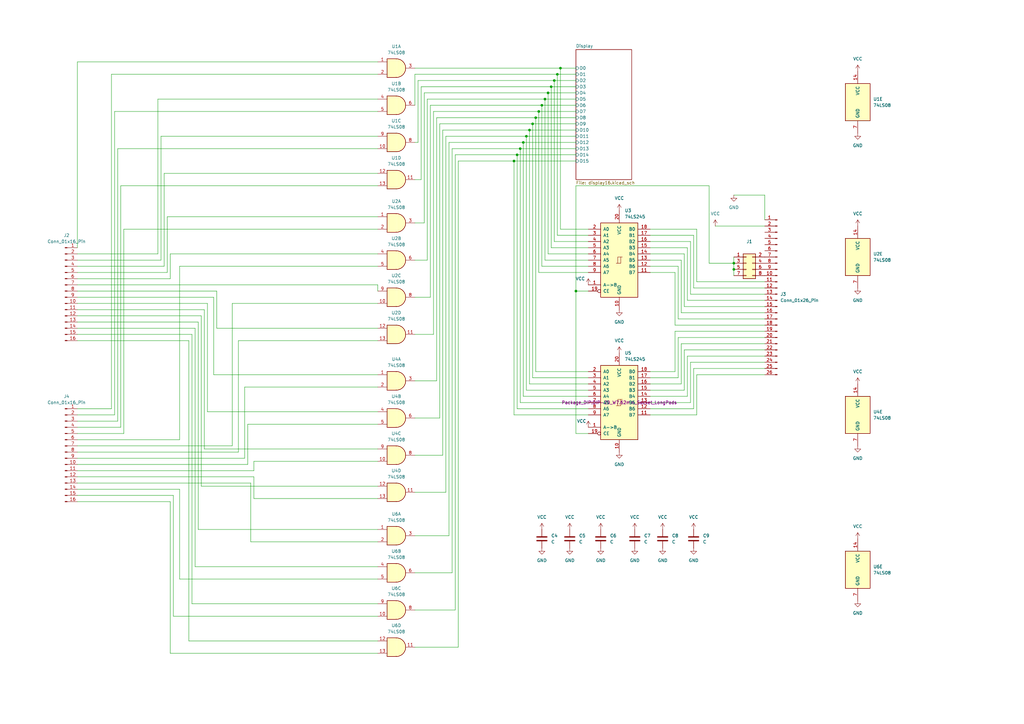
<source format=kicad_sch>
(kicad_sch (version 20231120) (generator "eeschema") (generator_version "8.0")
  (paper "A3")
  (lib_symbols
    (symbol "74xx:74LS08" (pin_names (offset 1.016))
      (property "Reference" "U" (at 0 1.27 0))
      (property "Value" "74LS08" (at 0 -1.27 0))
      (symbol "74LS08_1_1"
        (pin input line (at -7.62 2.54 0) (length 3.81) (name "~") (number "1"))
        (pin input line (at -7.62 -2.54 0) (length 3.81) (name "~") (number "2"))
        (pin output line (at 7.62 0 180) (length 3.81) (name "~") (number "3"))
      )
      (symbol "74LS08_1_2"
        (pin input inverted (at -7.62 2.54 0) (length 4.318) (name "~") (number "1"))
        (pin input inverted (at -7.62 -2.54 0) (length 4.318) (name "~") (number "2"))
        (pin output inverted (at 7.62 0 180) (length 3.81) (name "~") (number "3"))
      )
      (symbol "74LS08_2_1"
        (pin input line (at -7.62 2.54 0) (length 3.81) (name "~") (number "4"))
        (pin input line (at -7.62 -2.54 0) (length 3.81) (name "~") (number "5"))
        (pin output line (at 7.62 0 180) (length 3.81) (name "~") (number "6"))
      )
      (symbol "74LS08_2_2"
        (pin input inverted (at -7.62 2.54 0) (length 4.318) (name "~") (number "4"))
        (pin input inverted (at -7.62 -2.54 0) (length 4.318) (name "~") (number "5"))
        (pin output inverted (at 7.62 0 180) (length 3.81) (name "~") (number "6"))
      )
      (symbol "74LS08_3_1"
        (pin input line (at -7.62 -2.54 0) (length 3.81) (name "~") (number "10"))
        (pin output line (at 7.62 0 180) (length 3.81) (name "~") (number "8"))
        (pin input line (at -7.62 2.54 0) (length 3.81) (name "~") (number "9"))
      )
      (symbol "74LS08_3_2"
        (pin input inverted (at -7.62 -2.54 0) (length 4.318) (name "~") (number "10"))
        (pin output inverted (at 7.62 0 180) (length 3.81) (name "~") (number "8"))
        (pin input inverted (at -7.62 2.54 0) (length 4.318) (name "~") (number "9"))
      )
      (symbol "74LS08_4_1"
        (pin output line (at 7.62 0 180) (length 3.81) (name "~") (number "11"))
        (pin input line (at -7.62 2.54 0) (length 3.81) (name "~") (number "12"))
        (pin input line (at -7.62 -2.54 0) (length 3.81) (name "~") (number "13"))
      )
      (symbol "74LS08_4_2"
        (pin output inverted (at 7.62 0 180) (length 3.81) (name "~") (number "11"))
        (pin input inverted (at -7.62 2.54 0) (length 4.318) (name "~") (number "12"))
        (pin input inverted (at -7.62 -2.54 0) (length 4.318) (name "~") (number "13"))
      )
      (symbol "74LS08_5_0"
        (pin power_in line (at 0 12.7 270) (length 5.08) (name "VCC") (number "14"))
        (pin power_in line (at 0 -12.7 90) (length 5.08) (name "GND") (number "7"))
      )
    )
    (symbol "74xx:74LS245" (pin_names (offset 1.016))
      (property "Reference" "U" (at -7.62 16.51 0))
      (property "Value" "74LS245" (at -7.62 -16.51 0))
      (symbol "74LS245_1_0"
        (pin input line (at -12.7 -10.16 0) (length 5.08) (name "A->B") (number "1"))
        (pin power_in line (at 0 -20.32 90) (length 5.08) (name "GND") (number "10"))
        (pin tri_state line (at 12.7 -5.08 180) (length 5.08) (name "B7") (number "11"))
        (pin tri_state line (at 12.7 -2.54 180) (length 5.08) (name "B6") (number "12"))
        (pin tri_state line (at 12.7 0 180) (length 5.08) (name "B5") (number "13"))
        (pin tri_state line (at 12.7 2.54 180) (length 5.08) (name "B4") (number "14"))
        (pin tri_state line (at 12.7 5.08 180) (length 5.08) (name "B3") (number "15"))
        (pin tri_state line (at 12.7 7.62 180) (length 5.08) (name "B2") (number "16"))
        (pin tri_state line (at 12.7 10.16 180) (length 5.08) (name "B1") (number "17"))
        (pin tri_state line (at 12.7 12.7 180) (length 5.08) (name "B0") (number "18"))
        (pin input inverted (at -12.7 -12.7 0) (length 5.08) (name "CE") (number "19"))
        (pin tri_state line (at -12.7 12.7 0) (length 5.08) (name "A0") (number "2"))
        (pin power_in line (at 0 20.32 270) (length 5.08) (name "VCC") (number "20"))
        (pin tri_state line (at -12.7 10.16 0) (length 5.08) (name "A1") (number "3"))
        (pin tri_state line (at -12.7 7.62 0) (length 5.08) (name "A2") (number "4"))
        (pin tri_state line (at -12.7 5.08 0) (length 5.08) (name "A3") (number "5"))
        (pin tri_state line (at -12.7 2.54 0) (length 5.08) (name "A4") (number "6"))
        (pin tri_state line (at -12.7 0 0) (length 5.08) (name "A5") (number "7"))
        (pin tri_state line (at -12.7 -2.54 0) (length 5.08) (name "A6") (number "8"))
        (pin tri_state line (at -12.7 -5.08 0) (length 5.08) (name "A7") (number "9"))
      )
    )
    (symbol "Connector:Conn_01x16_Pin" (pin_names (offset 1.016) hide)
      (property "Reference" "J" (at 0 20.32 0))
      (property "Value" "Conn_01x16_Pin" (at 0 -22.86 0))
      (symbol "Conn_01x16_Pin_1_1"
        (pin passive line (at 5.08 17.78 180) (length 3.81) (name "Pin_1") (number "1"))
        (pin passive line (at 5.08 -5.08 180) (length 3.81) (name "Pin_10") (number "10"))
        (pin passive line (at 5.08 -7.62 180) (length 3.81) (name "Pin_11") (number "11"))
        (pin passive line (at 5.08 -10.16 180) (length 3.81) (name "Pin_12") (number "12"))
        (pin passive line (at 5.08 -12.7 180) (length 3.81) (name "Pin_13") (number "13"))
        (pin passive line (at 5.08 -15.24 180) (length 3.81) (name "Pin_14") (number "14"))
        (pin passive line (at 5.08 -17.78 180) (length 3.81) (name "Pin_15") (number "15"))
        (pin passive line (at 5.08 -20.32 180) (length 3.81) (name "Pin_16") (number "16"))
        (pin passive line (at 5.08 15.24 180) (length 3.81) (name "Pin_2") (number "2"))
        (pin passive line (at 5.08 12.7 180) (length 3.81) (name "Pin_3") (number "3"))
        (pin passive line (at 5.08 10.16 180) (length 3.81) (name "Pin_4") (number "4"))
        (pin passive line (at 5.08 7.62 180) (length 3.81) (name "Pin_5") (number "5"))
        (pin passive line (at 5.08 5.08 180) (length 3.81) (name "Pin_6") (number "6"))
        (pin passive line (at 5.08 2.54 180) (length 3.81) (name "Pin_7") (number "7"))
        (pin passive line (at 5.08 0 180) (length 3.81) (name "Pin_8") (number "8"))
        (pin passive line (at 5.08 -2.54 180) (length 3.81) (name "Pin_9") (number "9"))
      )
    )
    (symbol "Connector:Conn_01x26_Pin" (pin_names (offset 1.016) hide)
      (property "Reference" "J" (at 0 33.02 0))
      (property "Value" "Conn_01x26_Pin" (at 0 -35.56 0))
      (symbol "Conn_01x26_Pin_1_1"
        (pin passive line (at 5.08 30.48 180) (length 3.81) (name "Pin_1") (number "1"))
        (pin passive line (at 5.08 7.62 180) (length 3.81) (name "Pin_10") (number "10"))
        (pin passive line (at 5.08 5.08 180) (length 3.81) (name "Pin_11") (number "11"))
        (pin passive line (at 5.08 2.54 180) (length 3.81) (name "Pin_12") (number "12"))
        (pin passive line (at 5.08 0 180) (length 3.81) (name "Pin_13") (number "13"))
        (pin passive line (at 5.08 -2.54 180) (length 3.81) (name "Pin_14") (number "14"))
        (pin passive line (at 5.08 -5.08 180) (length 3.81) (name "Pin_15") (number "15"))
        (pin passive line (at 5.08 -7.62 180) (length 3.81) (name "Pin_16") (number "16"))
        (pin passive line (at 5.08 -10.16 180) (length 3.81) (name "Pin_17") (number "17"))
        (pin passive line (at 5.08 -12.7 180) (length 3.81) (name "Pin_18") (number "18"))
        (pin passive line (at 5.08 -15.24 180) (length 3.81) (name "Pin_19") (number "19"))
        (pin passive line (at 5.08 27.94 180) (length 3.81) (name "Pin_2") (number "2"))
        (pin passive line (at 5.08 -17.78 180) (length 3.81) (name "Pin_20") (number "20"))
        (pin passive line (at 5.08 -20.32 180) (length 3.81) (name "Pin_21") (number "21"))
        (pin passive line (at 5.08 -22.86 180) (length 3.81) (name "Pin_22") (number "22"))
        (pin passive line (at 5.08 -25.4 180) (length 3.81) (name "Pin_23") (number "23"))
        (pin passive line (at 5.08 -27.94 180) (length 3.81) (name "Pin_24") (number "24"))
        (pin passive line (at 5.08 -30.48 180) (length 3.81) (name "Pin_25") (number "25"))
        (pin passive line (at 5.08 -33.02 180) (length 3.81) (name "Pin_26") (number "26"))
        (pin passive line (at 5.08 25.4 180) (length 3.81) (name "Pin_3") (number "3"))
        (pin passive line (at 5.08 22.86 180) (length 3.81) (name "Pin_4") (number "4"))
        (pin passive line (at 5.08 20.32 180) (length 3.81) (name "Pin_5") (number "5"))
        (pin passive line (at 5.08 17.78 180) (length 3.81) (name "Pin_6") (number "6"))
        (pin passive line (at 5.08 15.24 180) (length 3.81) (name "Pin_7") (number "7"))
        (pin passive line (at 5.08 12.7 180) (length 3.81) (name "Pin_8") (number "8"))
        (pin passive line (at 5.08 10.16 180) (length 3.81) (name "Pin_9") (number "9"))
      )
    )
    (symbol "Connector_Generic:Conn_02x04_Odd_Even" (pin_names (offset 1.016) hide)
      (property "Reference" "J" (at 1.27 5.08 0))
      (property "Value" "Conn_02x04_Odd_Even" (at 1.27 -7.62 0))
      (symbol "Conn_02x04_Odd_Even_1_1"
        (pin passive line (at -5.08 2.54 0) (length 3.81) (name "Pin_1") (number "1"))
        (pin passive line (at 7.62 2.54 180) (length 3.81) (name "Pin_2") (number "2"))
        (pin passive line (at -5.08 0 0) (length 3.81) (name "Pin_3") (number "3"))
        (pin passive line (at 7.62 0 180) (length 3.81) (name "Pin_4") (number "4"))
        (pin passive line (at -5.08 -2.54 0) (length 3.81) (name "Pin_5") (number "5"))
        (pin passive line (at 7.62 -2.54 180) (length 3.81) (name "Pin_6") (number "6"))
        (pin passive line (at -5.08 -5.08 0) (length 3.81) (name "Pin_7") (number "7"))
        (pin passive line (at 7.62 -5.08 180) (length 3.81) (name "Pin_8") (number "8"))
      )
    )
    (symbol "Device:C" (pin_numbers hide) (pin_names (offset 0.254))
      (property "Reference" "C" (at 0.635 2.54 0))
      (property "Value" "C" (at 0.635 -2.54 0))
      (symbol "C_1_1"
        (pin passive line (at 0 3.81 270) (length 2.794) (name "~") (number "1"))
        (pin passive line (at 0 -3.81 90) (length 2.794) (name "~") (number "2"))
      )
    )
    (symbol "power:GND" (power) (pin_numbers hide) (pin_names (offset 0) hide)
      (property "Value" "GND" (at 0 -3.81 0))
      (symbol "GND_1_1"
        (pin power_in line (at 0 0 270) (length 0) (name "~") (number "1"))
      )
    )
    (symbol "power:VCC" (power) (pin_numbers hide) (pin_names (offset 0) hide)
      (property "Value" "VCC" (at 0 3.556 0))
      (symbol "VCC_1_1"
        (pin power_in line (at 0 0 90) (length 0) (name "~") (number "1"))
      )
    )
  )
  (junction (at 300.99 107.95))
  (junction (at 217.17 53.34))
  (junction (at 219.71 48.26))
  (junction (at 236.22 119.38))
  (junction (at 229.87 27.94))
  (junction (at 226.06 35.56))
  (junction (at 300.99 110.49))
  (junction (at 227.33 33.02))
  (junction (at 212.09 63.5))
  (junction (at 214.63 58.42))
  (junction (at 220.98 45.72))
  (junction (at 218.44 50.8))
  (junction (at 224.79 38.1))
  (junction (at 228.6 30.48))
  (junction (at 215.9 55.88))
  (junction (at 223.52 40.64))
  (junction (at 222.25 43.18))
  (junction (at 210.82 66.04))
  (junction (at 213.36 60.96))
  (wire (pts (xy 276.86 152.4) (xy 276.86 135.89)))
  (wire (pts (xy 31.75 104.14) (xy 64.77 104.14)))
  (wire (pts (xy 186.69 63.5) (xy 212.09 63.5)))
  (wire (pts (xy 281.94 146.05) (xy 313.69 146.05)))
  (wire (pts (xy 175.26 106.68) (xy 170.18 106.68)))
  (wire (pts (xy 176.53 121.92) (xy 176.53 43.18)))
  (wire (pts (xy 212.09 167.64) (xy 212.09 63.5)))
  (wire (pts (xy 81.28 132.08) (xy 81.28 217.17)))
  (wire (pts (xy 278.13 138.43) (xy 278.13 154.94)))
  (wire (pts (xy 215.9 160.02) (xy 215.9 55.88)))
  (wire (pts (xy 68.58 88.9) (xy 154.94 88.9)))
  (wire (pts (xy 222.25 43.18) (xy 236.22 43.18)))
  (wire (pts (xy 187.96 66.04) (xy 187.96 265.43)))
  (wire (pts (xy 154.94 199.39) (xy 82.55 199.39)))
  (wire (pts (xy 66.04 106.68) (xy 31.75 106.68)))
  (wire (pts (xy 284.48 151.13) (xy 313.69 151.13)))
  (wire (pts (xy 31.75 25.4) (xy 31.75 101.6)))
  (wire (pts (xy 185.42 60.96) (xy 185.42 234.95)))
  (wire (pts (xy 87.63 153.67) (xy 154.94 153.67)))
  (wire (pts (xy 184.15 58.42) (xy 214.63 58.42)))
  (wire (pts (xy 172.72 35.56) (xy 226.06 35.56)))
  (wire (pts (xy 154.94 45.72) (xy 46.99 45.72)))
  (wire (pts (xy 300.99 107.95) (xy 300.99 110.49)))
  (wire (pts (xy 173.99 38.1) (xy 224.79 38.1)))
  (wire (pts (xy 236.22 30.48) (xy 228.6 30.48)))
  (wire (pts (xy 31.75 200.66) (xy 73.66 200.66)))
  (wire (pts (xy 227.33 99.06) (xy 227.33 33.02)))
  (wire (pts (xy 212.09 63.5) (xy 236.22 63.5)))
  (wire (pts (xy 101.6 190.5) (xy 31.75 190.5)))
  (wire (pts (xy 173.99 91.44) (xy 173.99 38.1)))
  (wire (pts (xy 186.69 250.19) (xy 186.69 63.5)))
  (wire (pts (xy 220.98 111.76) (xy 220.98 45.72)))
  (wire (pts (xy 87.63 121.92) (xy 87.63 153.67)))
  (wire (pts (xy 313.69 125.73) (xy 280.67 125.73)))
  (wire (pts (xy 31.75 175.26) (xy 49.53 175.26)))
  (wire (pts (xy 102.87 222.25) (xy 102.87 198.12)))
  (wire (pts (xy 104.14 189.23) (xy 154.94 189.23)))
  (wire (pts (xy 284.48 118.11) (xy 313.69 118.11)))
  (wire (pts (xy 241.3 165.1) (xy 213.36 165.1)))
  (wire (pts (xy 241.3 160.02) (xy 215.9 160.02)))
  (wire (pts (xy 77.47 262.89) (xy 77.47 139.7)))
  (wire (pts (xy 154.94 104.14) (xy 69.85 104.14)))
  (wire (pts (xy 83.82 127) (xy 83.82 184.15)))
  (wire (pts (xy 241.3 104.14) (xy 224.79 104.14)))
  (wire (pts (xy 31.75 137.16) (xy 78.74 137.16)))
  (wire (pts (xy 280.67 104.14) (xy 266.7 104.14)))
  (wire (pts (xy 82.55 199.39) (xy 82.55 129.54)))
  (wire (pts (xy 31.75 127) (xy 83.82 127)))
  (wire (pts (xy 46.99 170.18) (xy 31.75 170.18)))
  (wire (pts (xy 224.79 38.1) (xy 236.22 38.1)))
  (wire (pts (xy 236.22 66.04) (xy 210.82 66.04)))
  (wire (pts (xy 31.75 167.64) (xy 45.72 167.64)))
  (wire (pts (xy 154.94 173.99) (xy 101.6 173.99)))
  (wire (pts (xy 241.3 93.98) (xy 229.87 93.98)))
  (wire (pts (xy 180.34 171.45) (xy 170.18 171.45)))
  (wire (pts (xy 279.4 106.68) (xy 279.4 128.27)))
  (wire (pts (xy 80.01 232.41) (xy 80.01 134.62)))
  (wire (pts (xy 73.66 237.49) (xy 154.94 237.49)))
  (wire (pts (xy 184.15 219.71) (xy 184.15 58.42)))
  (wire (pts (xy 278.13 130.81) (xy 313.69 130.81)))
  (wire (pts (xy 180.34 50.8) (xy 218.44 50.8)))
  (wire (pts (xy 180.34 50.8) (xy 180.34 171.45)))
  (wire (pts (xy 46.99 45.72) (xy 46.99 170.18)))
  (wire (pts (xy 181.61 53.34) (xy 217.17 53.34)))
  (wire (pts (xy 283.21 99.06) (xy 266.7 99.06)))
  (wire (pts (xy 182.88 55.88) (xy 182.88 201.93)))
  (wire (pts (xy 31.75 121.92) (xy 87.63 121.92)))
  (wire (pts (xy 266.7 101.6) (xy 281.94 101.6)))
  (wire (pts (xy 177.8 137.16) (xy 170.18 137.16)))
  (wire (pts (xy 69.85 104.14) (xy 69.85 114.3)))
  (wire (pts (xy 241.3 111.76) (xy 220.98 111.76)))
  (wire (pts (xy 266.7 109.22) (xy 278.13 109.22)))
  (wire (pts (xy 241.3 154.94) (xy 218.44 154.94)))
  (wire (pts (xy 285.75 115.57) (xy 313.69 115.57)))
  (wire (pts (xy 31.75 116.84) (xy 154.94 116.84)))
  (wire (pts (xy 69.85 114.3) (xy 31.75 114.3)))
  (wire (pts (xy 213.36 60.96) (xy 185.42 60.96)))
  (wire (pts (xy 182.88 55.88) (xy 215.9 55.88)))
  (wire (pts (xy 290.83 76.2) (xy 290.83 107.95)))
  (wire (pts (xy 179.07 156.21) (xy 179.07 48.26)))
  (wire (pts (xy 217.17 53.34) (xy 236.22 53.34)))
  (wire (pts (xy 64.77 40.64) (xy 154.94 40.64)))
  (wire (pts (xy 172.72 73.66) (xy 170.18 73.66)))
  (wire (pts (xy 222.25 43.18) (xy 222.25 109.22)))
  (wire (pts (xy 170.18 156.21) (xy 179.07 156.21)))
  (wire (pts (xy 313.69 138.43) (xy 278.13 138.43)))
  (wire (pts (xy 154.94 168.91) (xy 85.09 168.91)))
  (wire (pts (xy 154.94 262.89) (xy 77.47 262.89)))
  (wire (pts (xy 69.85 267.97) (xy 69.85 205.74)))
  (wire (pts (xy 313.69 80.01) (xy 300.99 80.01)))
  (wire (pts (xy 48.26 60.96) (xy 154.94 60.96)))
  (wire (pts (xy 88.9 119.38) (xy 31.75 119.38)))
  (wire (pts (xy 241.3 167.64) (xy 212.09 167.64)))
  (wire (pts (xy 284.48 167.64) (xy 284.48 151.13)))
  (wire (pts (xy 85.09 124.46) (xy 31.75 124.46)))
  (wire (pts (xy 31.75 132.08) (xy 81.28 132.08)))
  (wire (pts (xy 95.25 182.88) (xy 95.25 124.46)))
  (wire (pts (xy 283.21 120.65) (xy 283.21 99.06)))
  (wire (pts (xy 64.77 104.14) (xy 64.77 40.64)))
  (wire (pts (xy 69.85 205.74) (xy 31.75 205.74)))
  (wire (pts (xy 313.69 143.51) (xy 280.67 143.51)))
  (wire (pts (xy 179.07 48.26) (xy 219.71 48.26)))
  (wire (pts (xy 241.3 109.22) (xy 222.25 109.22)))
  (wire (pts (xy 104.14 195.58) (xy 104.14 204.47)))
  (wire (pts (xy 284.48 96.52) (xy 284.48 118.11)))
  (wire (pts (xy 266.7 111.76) (xy 276.86 111.76)))
  (wire (pts (xy 241.3 99.06) (xy 227.33 99.06)))
  (wire (pts (xy 73.66 180.34) (xy 73.66 109.22)))
  (wire (pts (xy 214.63 58.42) (xy 236.22 58.42)))
  (wire (pts (xy 49.53 76.2) (xy 154.94 76.2)))
  (wire (pts (xy 31.75 187.96) (xy 100.33 187.96)))
  (wire (pts (xy 241.3 162.56) (xy 214.63 162.56)))
  (wire (pts (xy 67.31 109.22) (xy 67.31 71.12)))
  (wire (pts (xy 276.86 135.89) (xy 313.69 135.89)))
  (wire (pts (xy 281.94 101.6) (xy 281.94 123.19)))
  (wire (pts (xy 154.94 267.97) (xy 69.85 267.97)))
  (wire (pts (xy 31.75 172.72) (xy 48.26 172.72)))
  (wire (pts (xy 266.7 162.56) (xy 281.94 162.56)))
  (wire (pts (xy 31.75 195.58) (xy 104.14 195.58)))
  (wire (pts (xy 171.45 33.02) (xy 227.33 33.02)))
  (wire (pts (xy 78.74 247.65) (xy 154.94 247.65)))
  (wire (pts (xy 101.6 173.99) (xy 101.6 190.5)))
  (wire (pts (xy 31.75 193.04) (xy 104.14 193.04)))
  (wire (pts (xy 154.94 93.98) (xy 50.8 93.98)))
  (wire (pts (xy 210.82 66.04) (xy 187.96 66.04)))
  (wire (pts (xy 187.96 265.43) (xy 170.18 265.43)))
  (wire (pts (xy 219.71 152.4) (xy 219.71 48.26)))
  (wire (pts (xy 170.18 121.92) (xy 176.53 121.92)))
  (wire (pts (xy 170.18 91.44) (xy 173.99 91.44)))
  (wire (pts (xy 154.94 222.25) (xy 102.87 222.25)))
  (wire (pts (xy 172.72 35.56) (xy 172.72 73.66)))
  (wire (pts (xy 285.75 93.98) (xy 285.75 115.57)))
  (wire (pts (xy 236.22 76.2) (xy 290.83 76.2)))
  (wire (pts (xy 279.4 128.27) (xy 313.69 128.27)))
  (wire (pts (xy 97.79 139.7) (xy 154.94 139.7)))
  (wire (pts (xy 170.18 27.94) (xy 229.87 27.94)))
  (wire (pts (xy 313.69 90.17) (xy 313.69 80.01)))
  (wire (pts (xy 170.18 58.42) (xy 171.45 58.42)))
  (wire (pts (xy 45.72 30.48) (xy 154.94 30.48)))
  (wire (pts (xy 100.33 187.96) (xy 100.33 158.75)))
  (wire (pts (xy 78.74 137.16) (xy 78.74 247.65)))
  (wire (pts (xy 223.52 106.68) (xy 223.52 40.64)))
  (wire (pts (xy 266.7 96.52) (xy 284.48 96.52)))
  (wire (pts (xy 236.22 119.38) (xy 241.3 119.38)))
  (wire (pts (xy 31.75 109.22) (xy 67.31 109.22)))
  (wire (pts (xy 236.22 119.38) (xy 236.22 76.2)))
  (wire (pts (xy 95.25 124.46) (xy 154.94 124.46)))
  (wire (pts (xy 285.75 170.18) (xy 266.7 170.18)))
  (wire (pts (xy 229.87 27.94) (xy 236.22 27.94)))
  (wire (pts (xy 31.75 180.34) (xy 73.66 180.34)))
  (wire (pts (xy 266.7 167.64) (xy 284.48 167.64)))
  (wire (pts (xy 181.61 186.69) (xy 181.61 53.34)))
  (wire (pts (xy 279.4 140.97) (xy 313.69 140.97)))
  (wire (pts (xy 276.86 111.76) (xy 276.86 133.35)))
  (wire (pts (xy 80.01 134.62) (xy 31.75 134.62)))
  (wire (pts (xy 241.3 101.6) (xy 226.06 101.6)))
  (wire (pts (xy 241.3 96.52) (xy 228.6 96.52)))
  (wire (pts (xy 45.72 167.64) (xy 45.72 30.48)))
  (wire (pts (xy 170.18 30.48) (xy 170.18 43.18)))
  (wire (pts (xy 226.06 101.6) (xy 226.06 35.56)))
  (wire (pts (xy 182.88 201.93) (xy 170.18 201.93)))
  (wire (pts (xy 170.18 186.69) (xy 181.61 186.69)))
  (wire (pts (xy 266.7 152.4) (xy 276.86 152.4)))
  (wire (pts (xy 104.14 193.04) (xy 104.14 189.23)))
  (wire (pts (xy 50.8 93.98) (xy 50.8 177.8)))
  (wire (pts (xy 154.94 134.62) (xy 88.9 134.62)))
  (wire (pts (xy 223.52 40.64) (xy 175.26 40.64)))
  (wire (pts (xy 214.63 162.56) (xy 214.63 58.42)))
  (wire (pts (xy 218.44 50.8) (xy 236.22 50.8)))
  (wire (pts (xy 293.37 92.71) (xy 313.69 92.71)))
  (wire (pts (xy 226.06 35.56) (xy 236.22 35.56)))
  (wire (pts (xy 31.75 25.4) (xy 154.94 25.4)))
  (wire (pts (xy 313.69 153.67) (xy 285.75 153.67)))
  (wire (pts (xy 177.8 45.72) (xy 220.98 45.72)))
  (wire (pts (xy 213.36 165.1) (xy 213.36 60.96)))
  (wire (pts (xy 229.87 93.98) (xy 229.87 27.94)))
  (wire (pts (xy 228.6 30.48) (xy 170.18 30.48)))
  (wire (pts (xy 67.31 71.12) (xy 154.94 71.12)))
  (wire (pts (xy 241.3 170.18) (xy 210.82 170.18)))
  (wire (pts (xy 154.94 232.41) (xy 80.01 232.41)))
  (wire (pts (xy 227.33 33.02) (xy 236.22 33.02)))
  (wire (pts (xy 97.79 185.42) (xy 97.79 139.7)))
  (wire (pts (xy 85.09 168.91) (xy 85.09 124.46)))
  (wire (pts (xy 154.94 116.84) (xy 154.94 119.38)))
  (wire (pts (xy 170.18 234.95) (xy 185.42 234.95)))
  (wire (pts (xy 241.3 152.4) (xy 219.71 152.4)))
  (wire (pts (xy 279.4 157.48) (xy 279.4 140.97)))
  (wire (pts (xy 278.13 154.94) (xy 266.7 154.94)))
  (wire (pts (xy 283.21 165.1) (xy 266.7 165.1)))
  (wire (pts (xy 31.75 182.88) (xy 95.25 182.88)))
  (wire (pts (xy 100.33 158.75) (xy 154.94 158.75)))
  (wire (pts (xy 102.87 198.12) (xy 31.75 198.12)))
  (wire (pts (xy 281.94 162.56) (xy 281.94 146.05)))
  (wire (pts (xy 285.75 153.67) (xy 285.75 170.18)))
  (wire (pts (xy 224.79 104.14) (xy 224.79 38.1)))
  (wire (pts (xy 313.69 148.59) (xy 283.21 148.59)))
  (wire (pts (xy 48.26 172.72) (xy 48.26 60.96)))
  (wire (pts (xy 290.83 107.95) (xy 300.99 107.95)))
  (wire (pts (xy 217.17 157.48) (xy 217.17 53.34)))
  (wire (pts (xy 241.3 177.8) (xy 236.22 177.8)))
  (wire (pts (xy 31.75 111.76) (xy 68.58 111.76)))
  (wire (pts (xy 220.98 45.72) (xy 236.22 45.72)))
  (wire (pts (xy 73.66 109.22) (xy 154.94 109.22)))
  (wire (pts (xy 66.04 55.88) (xy 66.04 106.68)))
  (wire (pts (xy 280.67 143.51) (xy 280.67 160.02)))
  (wire (pts (xy 68.58 111.76) (xy 68.58 88.9)))
  (wire (pts (xy 50.8 177.8) (xy 31.75 177.8)))
  (wire (pts (xy 215.9 55.88) (xy 236.22 55.88)))
  (wire (pts (xy 71.12 252.73) (xy 154.94 252.73)))
  (wire (pts (xy 82.55 129.54) (xy 31.75 129.54)))
  (wire (pts (xy 88.9 134.62) (xy 88.9 119.38)))
  (wire (pts (xy 31.75 203.2) (xy 71.12 203.2)))
  (wire (pts (xy 104.14 204.47) (xy 154.94 204.47)))
  (wire (pts (xy 83.82 184.15) (xy 154.94 184.15)))
  (wire (pts (xy 77.47 139.7) (xy 31.75 139.7)))
  (wire (pts (xy 300.99 110.49) (xy 300.99 113.03)))
  (wire (pts (xy 300.99 107.95) (xy 300.99 105.41)))
  (wire (pts (xy 81.28 217.17) (xy 154.94 217.17)))
  (wire (pts (xy 154.94 55.88) (xy 66.04 55.88)))
  (wire (pts (xy 177.8 45.72) (xy 177.8 137.16)))
  (wire (pts (xy 49.53 175.26) (xy 49.53 76.2)))
  (wire (pts (xy 236.22 60.96) (xy 213.36 60.96)))
  (wire (pts (xy 313.69 120.65) (xy 283.21 120.65)))
  (wire (pts (xy 241.3 157.48) (xy 217.17 157.48)))
  (wire (pts (xy 266.7 93.98) (xy 285.75 93.98)))
  (wire (pts (xy 276.86 133.35) (xy 313.69 133.35)))
  (wire (pts (xy 280.67 160.02) (xy 266.7 160.02)))
  (wire (pts (xy 31.75 185.42) (xy 97.79 185.42)))
  (wire (pts (xy 176.53 43.18) (xy 222.25 43.18)))
  (wire (pts (xy 266.7 106.68) (xy 279.4 106.68)))
  (wire (pts (xy 73.66 200.66) (xy 73.66 237.49)))
  (wire (pts (xy 266.7 157.48) (xy 279.4 157.48)))
  (wire (pts (xy 71.12 203.2) (xy 71.12 252.73)))
  (wire (pts (xy 170.18 219.71) (xy 184.15 219.71)))
  (wire (pts (xy 281.94 123.19) (xy 313.69 123.19)))
  (wire (pts (xy 236.22 177.8) (xy 236.22 119.38)))
  (wire (pts (xy 228.6 96.52) (xy 228.6 30.48)))
  (wire (pts (xy 278.13 109.22) (xy 278.13 130.81)))
  (wire (pts (xy 236.22 40.64) (xy 223.52 40.64)))
  (wire (pts (xy 280.67 125.73) (xy 280.67 104.14)))
  (wire (pts (xy 219.71 48.26) (xy 236.22 48.26)))
  (wire (pts (xy 283.21 148.59) (xy 283.21 165.1)))
  (wire (pts (xy 171.45 58.42) (xy 171.45 33.02)))
  (wire (pts (xy 241.3 106.68) (xy 223.52 106.68)))
  (wire (pts (xy 218.44 154.94) (xy 218.44 50.8)))
  (wire (pts (xy 170.18 250.19) (xy 186.69 250.19)))
  (wire (pts (xy 210.82 170.18) (xy 210.82 66.04)))
  (wire (pts (xy 175.26 40.64) (xy 175.26 106.68)))
  (symbol (lib_id "power:VCC") (at 284.48 217.17 0) (unit 1)
    (property "Reference" "#PWR035" (effects (hide yes)))
    (property "Value" "VCC" (at 284.48 212.09 0))
    (property "Description" "Power symbol creates a global label with name \"VCC\"" (effects (hide yes)))
  )
  (symbol (lib_id "Connector:Conn_01x26_Pin") (at 318.77 120.65 0) (mirror y) (unit 1)
    (property "Reference" "J3" (at 320.04 120.6499 0) (effects (justify right)))
    (property "Value" "Conn_01x26_Pin" (at 320.04 123.1899 0) (effects (justify right)))
    (property "Footprint" "Connector_PinHeader_2.54mm:PinHeader_1x26_P2.54mm_Horizontal" (effects (hide yes)))
    (property "Description" "Generic connector, single row, 01x26, script generated" (effects (hide yes)))
  )
  (symbol (lib_id "74xx:74LS08") (at 162.56 186.69 0) (unit 3)
    (property "Reference" "U4" (at 162.5517 177.8 0))
    (property "Value" "74LS08" (at 162.5517 180.34 0))
    (property "Footprint" "Package_DIP:DIP-14_W7.62mm_Socket_LongPads" (effects (hide yes)))
    (property "Datasheet" "http://www.ti.com/lit/gpn/sn74LS08" (effects (hide yes)))
    (property "Description" "Quad And2" (effects (hide yes)))
  )
  (symbol (lib_id "power:VCC") (at 351.79 92.71 0) (unit 1)
    (property "Reference" "#PWR06" (effects (hide yes)))
    (property "Value" "VCC" (at 351.79 87.63 0))
    (property "Description" "Power symbol creates a global label with name \"VCC\"" (effects (hide yes)))
  )
  (symbol (lib_id "74xx:74LS08") (at 351.79 233.68 0) (unit 5)
    (property "Reference" "U6" (at 358.14 232.4099 0) (effects (justify left)))
    (property "Value" "74LS08" (at 358.14 234.9499 0) (effects (justify left)))
    (property "Footprint" "Package_DIP:DIP-14_W7.62mm_Socket_LongPads" (effects (hide yes)))
    (property "Datasheet" "http://www.ti.com/lit/gpn/sn74LS08" (effects (hide yes)))
    (property "Description" "Quad And2" (effects (hide yes)))
  )
  (symbol (lib_id "power:GND") (at 254 185.42 0) (unit 1)
    (property "Reference" "#PWR014" (effects (hide yes)))
    (property "Value" "GND" (at 254 190.5 0))
    (property "Description" "Power symbol creates a global label with name \"GND\" , ground" (effects (hide yes)))
  )
  (symbol (lib_id "power:GND") (at 351.79 54.61 0) (unit 1)
    (property "Reference" "#PWR02" (effects (hide yes)))
    (property "Value" "GND" (at 351.79 59.69 0))
    (property "Description" "Power symbol creates a global label with name \"GND\" , ground" (effects (hide yes)))
  )
  (symbol (lib_id "Device:C") (at 260.35 220.98 0) (unit 1)
    (property "Reference" "C7" (at 264.16 219.7099 0) (effects (justify left)))
    (property "Value" "C" (at 264.16 222.2499 0) (effects (justify left)))
    (property "Footprint" "Capacitor_SMD:C_0805_2012Metric" (effects (hide yes)))
    (property "Description" "Unpolarized capacitor" (effects (hide yes)))
  )
  (symbol (lib_id "power:VCC") (at 241.3 116.84 0) (unit 1)
    (property "Reference" "#PWR07" (effects (hide yes)))
    (property "Value" "VCC" (at 237.998 114.3 0))
    (property "Description" "Power symbol creates a global label with name \"VCC\"" (effects (hide yes)))
  )
  (symbol (lib_id "power:GND") (at 271.78 224.79 0) (unit 1)
    (property "Reference" "#PWR037" (effects (hide yes)))
    (property "Value" "GND" (at 271.78 229.87 0))
    (property "Description" "Power symbol creates a global label with name \"GND\" , ground" (effects (hide yes)))
  )
  (symbol (lib_id "74xx:74LS245") (at 254 165.1 0) (unit 1)
    (property "Reference" "U5" (at 256.1941 144.78 0) (effects (justify left)))
    (property "Value" "74LS245" (at 256.1941 147.32 0) (effects (justify left)))
    (property "Footprint" "Package_DIP:DIP-20_W7.62mm_Socket_LongPads" (at 254 165.1 0))
    (property "Datasheet" "http://www.ti.com/lit/gpn/sn74LS245" (effects (hide yes)))
    (property "Description" "Octal BUS Transceivers, 3-State outputs" (effects (hide yes)))
  )
  (symbol (lib_id "power:GND") (at 233.68 224.79 0) (unit 1)
    (property "Reference" "#PWR031" (effects (hide yes)))
    (property "Value" "GND" (at 233.68 229.87 0))
    (property "Description" "Power symbol creates a global label with name \"GND\" , ground" (effects (hide yes)))
  )
  (symbol (lib_id "74xx:74LS245") (at 254 106.68 0) (unit 1)
    (property "Reference" "U3" (at 256.1941 86.36 0) (effects (justify left)))
    (property "Value" "74LS245" (at 256.1941 88.9 0) (effects (justify left)))
    (property "Footprint" "Package_DIP:DIP-20_W7.62mm_Socket_LongPads" (effects (hide yes)))
    (property "Datasheet" "http://www.ti.com/lit/gpn/sn74LS245" (effects (hide yes)))
    (property "Description" "Octal BUS Transceivers, 3-State outputs" (effects (hide yes)))
  )
  (symbol (lib_id "Device:C") (at 222.25 220.98 0) (unit 1)
    (property "Reference" "C4" (at 226.06 219.7099 0) (effects (justify left)))
    (property "Value" "C" (at 226.06 222.2499 0) (effects (justify left)))
    (property "Footprint" "Capacitor_SMD:C_0805_2012Metric" (effects (hide yes)))
    (property "Description" "Unpolarized capacitor" (effects (hide yes)))
  )
  (symbol (lib_id "74xx:74LS08") (at 162.56 171.45 0) (unit 2)
    (property "Reference" "U4" (at 162.5517 162.56 0))
    (property "Value" "74LS08" (at 162.5517 165.1 0))
    (property "Footprint" "Package_DIP:DIP-14_W7.62mm_Socket_LongPads" (effects (hide yes)))
    (property "Datasheet" "http://www.ti.com/lit/gpn/sn74LS08" (effects (hide yes)))
    (property "Description" "Quad And2" (effects (hide yes)))
  )
  (symbol (lib_id "74xx:74LS08") (at 162.56 234.95 0) (unit 2)
    (property "Reference" "U6" (at 162.5517 226.06 0))
    (property "Value" "74LS08" (at 162.5517 228.6 0))
    (property "Footprint" "Package_DIP:DIP-14_W7.62mm_Socket_LongPads" (effects (hide yes)))
    (property "Datasheet" "http://www.ti.com/lit/gpn/sn74LS08" (effects (hide yes)))
    (property "Description" "Quad And2" (effects (hide yes)))
  )
  (symbol (lib_id "74xx:74LS08") (at 162.56 156.21 0) (unit 1)
    (property "Reference" "U4" (at 162.5517 147.32 0))
    (property "Value" "74LS08" (at 162.5517 149.86 0))
    (property "Footprint" "Package_DIP:DIP-14_W7.62mm_Socket_LongPads" (effects (hide yes)))
    (property "Datasheet" "http://www.ti.com/lit/gpn/sn74LS08" (effects (hide yes)))
    (property "Description" "Quad And2" (effects (hide yes)))
  )
  (symbol (lib_id "Device:C") (at 233.68 220.98 0) (unit 1)
    (property "Reference" "C5" (at 237.49 219.7099 0) (effects (justify left)))
    (property "Value" "C" (at 237.49 222.2499 0) (effects (justify left)))
    (property "Footprint" "Capacitor_SMD:C_0805_2012Metric" (effects (hide yes)))
    (property "Description" "Unpolarized capacitor" (effects (hide yes)))
  )
  (symbol (lib_id "74xx:74LS08") (at 162.56 121.92 0) (unit 3)
    (property "Reference" "U2" (at 162.5517 113.03 0))
    (property "Value" "74LS08" (at 162.5517 115.57 0))
    (property "Footprint" "Package_DIP:DIP-14_W7.62mm_Socket_LongPads" (effects (hide yes)))
    (property "Datasheet" "http://www.ti.com/lit/gpn/sn74LS08" (effects (hide yes)))
    (property "Description" "Quad And2" (effects (hide yes)))
  )
  (symbol (lib_id "74xx:74LS08") (at 351.79 41.91 0) (unit 5)
    (property "Reference" "U1" (at 358.14 40.6399 0) (effects (justify left)))
    (property "Value" "74LS08" (at 358.14 43.1799 0) (effects (justify left)))
    (property "Footprint" "Package_DIP:DIP-14_W7.62mm_Socket_LongPads" (effects (hide yes)))
    (property "Datasheet" "http://www.ti.com/lit/gpn/sn74LS08" (effects (hide yes)))
    (property "Description" "Quad And2" (effects (hide yes)))
  )
  (symbol (lib_id "power:VCC") (at 260.35 217.17 0) (unit 1)
    (property "Reference" "#PWR033" (effects (hide yes)))
    (property "Value" "VCC" (at 260.35 212.09 0))
    (property "Description" "Power symbol creates a global label with name \"VCC\"" (effects (hide yes)))
  )
  (symbol (lib_id "power:VCC") (at 271.78 217.17 0) (unit 1)
    (property "Reference" "#PWR034" (effects (hide yes)))
    (property "Value" "VCC" (at 271.78 212.09 0))
    (property "Description" "Power symbol creates a global label with name \"VCC\"" (effects (hide yes)))
  )
  (symbol (lib_id "power:GND") (at 300.99 80.01 0) (unit 1)
    (property "Reference" "#PWR03" (effects (hide yes)))
    (property "Value" "GND" (at 300.99 85.09 0))
    (property "Description" "Power symbol creates a global label with name \"GND\" , ground" (effects (hide yes)))
  )
  (symbol (lib_id "power:VCC") (at 351.79 157.48 0) (unit 1)
    (property "Reference" "#PWR011" (effects (hide yes)))
    (property "Value" "VCC" (at 351.79 152.4 0))
    (property "Description" "Power symbol creates a global label with name \"VCC\"" (effects (hide yes)))
  )
  (symbol (lib_id "power:GND") (at 351.79 118.11 0) (unit 1)
    (property "Reference" "#PWR08" (effects (hide yes)))
    (property "Value" "GND" (at 351.79 123.19 0))
    (property "Description" "Power symbol creates a global label with name \"GND\" , ground" (effects (hide yes)))
  )
  (symbol (lib_id "power:GND") (at 351.79 246.38 0) (unit 1)
    (property "Reference" "#PWR016" (effects (hide yes)))
    (property "Value" "GND" (at 351.79 251.46 0))
    (property "Description" "Power symbol creates a global label with name \"GND\" , ground" (effects (hide yes)))
  )
  (symbol (lib_id "power:GND") (at 284.48 224.79 0) (unit 1)
    (property "Reference" "#PWR038" (effects (hide yes)))
    (property "Value" "GND" (at 284.48 229.87 0))
    (property "Description" "Power symbol creates a global label with name \"GND\" , ground" (effects (hide yes)))
  )
  (symbol (lib_id "Connector_Generic:Conn_02x04_Odd_Even") (at 306.07 107.95 0) (unit 1)
    (property "Reference" "J1" (at 307.34 99.06 0))
    (property "Value" "Conn_02x04_Odd_Even" (effects (hide yes)))
    (property "Footprint" "Connector_PinSocket_2.54mm:PinSocket_2x04_P2.54mm_Vertical" (effects (hide yes)))
    (property "Description" "Generic connector, double row, 02x04, odd/even pin numbering scheme (row 1 odd numbers, row 2 even numbers), script generated (kicad-library-utils/schlib/autogen/connector/)" (effects (hide yes)))
  )
  (symbol (lib_id "74xx:74LS08") (at 162.56 27.94 0) (unit 1)
    (property "Reference" "U1" (at 162.5517 19.05 0))
    (property "Value" "74LS08" (at 162.5517 21.59 0))
    (property "Footprint" "Package_DIP:DIP-14_W7.62mm_Socket_LongPads" (effects (hide yes)))
    (property "Datasheet" "http://www.ti.com/lit/gpn/sn74LS08" (effects (hide yes)))
    (property "Description" "Quad And2" (effects (hide yes)))
  )
  (symbol (lib_id "74xx:74LS08") (at 162.56 250.19 0) (unit 3)
    (property "Reference" "U6" (at 162.5517 241.3 0))
    (property "Value" "74LS08" (at 162.5517 243.84 0))
    (property "Footprint" "Package_DIP:DIP-14_W7.62mm_Socket_LongPads" (effects (hide yes)))
    (property "Datasheet" "http://www.ti.com/lit/gpn/sn74LS08" (effects (hide yes)))
    (property "Description" "Quad And2" (effects (hide yes)))
  )
  (symbol (lib_id "power:GND") (at 254 127 0) (unit 1)
    (property "Reference" "#PWR09" (effects (hide yes)))
    (property "Value" "GND" (at 254 132.08 0))
    (property "Description" "Power symbol creates a global label with name \"GND\" , ground" (effects (hide yes)))
  )
  (symbol (lib_id "74xx:74LS08") (at 351.79 105.41 0) (unit 5)
    (property "Reference" "U2" (at 358.14 104.1399 0) (effects (justify left)))
    (property "Value" "74LS08" (at 358.14 106.6799 0) (effects (justify left)))
    (property "Footprint" "Package_DIP:DIP-14_W7.62mm_Socket_LongPads" (effects (hide yes)))
    (property "Datasheet" "http://www.ti.com/lit/gpn/sn74LS08" (effects (hide yes)))
    (property "Description" "Quad And2" (effects (hide yes)))
  )
  (symbol (lib_id "power:GND") (at 246.38 224.79 0) (unit 1)
    (property "Reference" "#PWR032" (effects (hide yes)))
    (property "Value" "GND" (at 246.38 229.87 0))
    (property "Description" "Power symbol creates a global label with name \"GND\" , ground" (effects (hide yes)))
  )
  (symbol (lib_id "power:VCC") (at 351.79 220.98 0) (unit 1)
    (property "Reference" "#PWR015" (effects (hide yes)))
    (property "Value" "VCC" (at 351.79 215.9 0))
    (property "Description" "Power symbol creates a global label with name \"VCC\"" (effects (hide yes)))
  )
  (symbol (lib_id "74xx:74LS08") (at 351.79 170.18 0) (unit 5)
    (property "Reference" "U4" (at 358.14 168.9099 0) (effects (justify left)))
    (property "Value" "74LS08" (at 358.14 171.4499 0) (effects (justify left)))
    (property "Footprint" "Package_DIP:DIP-14_W7.62mm_Socket_LongPads" (effects (hide yes)))
    (property "Datasheet" "http://www.ti.com/lit/gpn/sn74LS08" (effects (hide yes)))
    (property "Description" "Quad And2" (effects (hide yes)))
  )
  (symbol (lib_id "power:VCC") (at 222.25 217.17 0) (unit 1)
    (property "Reference" "#PWR027" (effects (hide yes)))
    (property "Value" "VCC" (at 222.25 212.09 0))
    (property "Description" "Power symbol creates a global label with name \"VCC\"" (effects (hide yes)))
  )
  (symbol (lib_id "74xx:74LS08") (at 162.56 91.44 0) (unit 1)
    (property "Reference" "U2" (at 162.5517 82.55 0))
    (property "Value" "74LS08" (at 162.5517 85.09 0))
    (property "Footprint" "Package_DIP:DIP-14_W7.62mm_Socket_LongPads" (effects (hide yes)))
    (property "Datasheet" "http://www.ti.com/lit/gpn/sn74LS08" (effects (hide yes)))
    (property "Description" "Quad And2" (effects (hide yes)))
  )
  (symbol (lib_id "74xx:74LS08") (at 162.56 43.18 0) (unit 2)
    (property "Reference" "U1" (at 162.5517 34.29 0))
    (property "Value" "74LS08" (at 162.5517 36.83 0))
    (property "Footprint" "Package_DIP:DIP-14_W7.62mm_Socket_LongPads" (effects (hide yes)))
    (property "Datasheet" "http://www.ti.com/lit/gpn/sn74LS08" (effects (hide yes)))
    (property "Description" "Quad And2" (effects (hide yes)))
  )
  (symbol (lib_id "power:VCC") (at 246.38 217.17 0) (unit 1)
    (property "Reference" "#PWR029" (effects (hide yes)))
    (property "Value" "VCC" (at 246.38 212.09 0))
    (property "Description" "Power symbol creates a global label with name \"VCC\"" (effects (hide yes)))
  )
  (symbol (lib_id "74xx:74LS08") (at 162.56 201.93 0) (unit 4)
    (property "Reference" "U4" (at 162.5517 193.04 0))
    (property "Value" "74LS08" (at 162.5517 195.58 0))
    (property "Footprint" "Package_DIP:DIP-14_W7.62mm_Socket_LongPads" (effects (hide yes)))
    (property "Datasheet" "http://www.ti.com/lit/gpn/sn74LS08" (effects (hide yes)))
    (property "Description" "Quad And2" (effects (hide yes)))
  )
  (symbol (lib_id "power:GND") (at 222.25 224.79 0) (unit 1)
    (property "Reference" "#PWR030" (effects (hide yes)))
    (property "Value" "GND" (at 222.25 229.87 0))
    (property "Description" "Power symbol creates a global label with name \"GND\" , ground" (effects (hide yes)))
  )
  (symbol (lib_id "74xx:74LS08") (at 162.56 265.43 0) (unit 4)
    (property "Reference" "U6" (at 162.5517 256.54 0))
    (property "Value" "74LS08" (at 162.5517 259.08 0))
    (property "Footprint" "Package_DIP:DIP-14_W7.62mm_Socket_LongPads" (effects (hide yes)))
    (property "Datasheet" "http://www.ti.com/lit/gpn/sn74LS08" (effects (hide yes)))
    (property "Description" "Quad And2" (effects (hide yes)))
  )
  (symbol (lib_id "Device:C") (at 246.38 220.98 0) (unit 1)
    (property "Reference" "C6" (at 250.19 219.7099 0) (effects (justify left)))
    (property "Value" "C" (at 250.19 222.2499 0) (effects (justify left)))
    (property "Footprint" "Capacitor_SMD:C_0805_2012Metric" (effects (hide yes)))
    (property "Description" "Unpolarized capacitor" (effects (hide yes)))
  )
  (symbol (lib_id "power:VCC") (at 351.79 29.21 0) (unit 1)
    (property "Reference" "#PWR01" (effects (hide yes)))
    (property "Value" "VCC" (at 351.79 24.13 0))
    (property "Description" "Power symbol creates a global label with name \"VCC\"" (effects (hide yes)))
  )
  (symbol (lib_id "74xx:74LS08") (at 162.56 58.42 0) (unit 3)
    (property "Reference" "U1" (at 162.5517 49.53 0))
    (property "Value" "74LS08" (at 162.5517 52.07 0))
    (property "Footprint" "Package_DIP:DIP-14_W7.62mm_Socket_LongPads" (effects (hide yes)))
    (property "Datasheet" "http://www.ti.com/lit/gpn/sn74LS08" (effects (hide yes)))
    (property "Description" "Quad And2" (effects (hide yes)))
  )
  (symbol (lib_id "Device:C") (at 284.48 220.98 0) (unit 1)
    (property "Reference" "C9" (at 288.29 219.7099 0) (effects (justify left)))
    (property "Value" "C" (at 288.29 222.2499 0) (effects (justify left)))
    (property "Footprint" "Capacitor_SMD:C_0805_2012Metric" (effects (hide yes)))
    (property "Description" "Unpolarized capacitor" (effects (hide yes)))
  )
  (symbol (lib_id "power:VCC") (at 241.3 175.26 0) (unit 1)
    (property "Reference" "#PWR012" (effects (hide yes)))
    (property "Value" "VCC" (at 238.506 172.72 0))
    (property "Description" "Power symbol creates a global label with name \"VCC\"" (effects (hide yes)))
  )
  (symbol (lib_id "Connector:Conn_01x16_Pin") (at 26.67 185.42 0) (unit 1)
    (property "Reference" "J4" (at 27.305 162.56 0))
    (property "Value" "Conn_01x16_Pin" (at 27.305 165.1 0))
    (property "Footprint" "Connector_PinHeader_2.54mm:PinHeader_1x16_P2.54mm_Vertical" (effects (hide yes)))
    (property "Description" "Generic connector, single row, 01x16, script generated" (effects (hide yes)))
  )
  (symbol (lib_id "Connector:Conn_01x16_Pin") (at 26.67 119.38 0) (unit 1)
    (property "Reference" "J2" (at 27.305 96.52 0))
    (property "Value" "Conn_01x16_Pin" (at 27.305 99.06 0))
    (property "Footprint" "Connector_PinHeader_2.54mm:PinHeader_1x16_P2.54mm_Vertical" (effects (hide yes)))
    (property "Description" "Generic connector, single row, 01x16, script generated" (effects (hide yes)))
  )
  (symbol (lib_id "74xx:74LS08") (at 162.56 219.71 0) (unit 1)
    (property "Reference" "U6" (at 162.5517 210.82 0))
    (property "Value" "74LS08" (at 162.5517 213.36 0))
    (property "Footprint" "Package_DIP:DIP-14_W7.62mm_Socket_LongPads" (effects (hide yes)))
    (property "Datasheet" "http://www.ti.com/lit/gpn/sn74LS08" (effects (hide yes)))
    (property "Description" "Quad And2" (effects (hide yes)))
  )
  (symbol (lib_id "power:VCC") (at 254 86.36 0) (unit 1)
    (property "Reference" "#PWR04" (effects (hide yes)))
    (property "Value" "VCC" (at 254 81.28 0))
    (property "Description" "Power symbol creates a global label with name \"VCC\"" (effects (hide yes)))
  )
  (symbol (lib_id "power:GND") (at 351.79 182.88 0) (unit 1)
    (property "Reference" "#PWR013" (effects (hide yes)))
    (property "Value" "GND" (at 351.79 187.96 0))
    (property "Description" "Power symbol creates a global label with name \"GND\" , ground" (effects (hide yes)))
  )
  (symbol (lib_id "power:VCC") (at 254 144.78 0) (unit 1)
    (property "Reference" "#PWR010" (effects (hide yes)))
    (property "Value" "VCC" (at 254 139.7 0))
    (property "Description" "Power symbol creates a global label with name \"VCC\"" (effects (hide yes)))
  )
  (symbol (lib_id "74xx:74LS08") (at 162.56 137.16 0) (unit 4)
    (property "Reference" "U2" (at 162.5517 128.27 0))
    (property "Value" "74LS08" (at 162.5517 130.81 0))
    (property "Footprint" "Package_DIP:DIP-14_W7.62mm_Socket_LongPads" (effects (hide yes)))
    (property "Datasheet" "http://www.ti.com/lit/gpn/sn74LS08" (effects (hide yes)))
    (property "Description" "Quad And2" (effects (hide yes)))
  )
  (symbol (lib_id "power:VCC") (at 233.68 217.17 0) (unit 1)
    (property "Reference" "#PWR028" (effects (hide yes)))
    (property "Value" "VCC" (at 233.68 212.09 0))
    (property "Description" "Power symbol creates a global label with name \"VCC\"" (effects (hide yes)))
  )
  (symbol (lib_id "power:GND") (at 260.35 224.79 0) (unit 1)
    (property "Reference" "#PWR036" (effects (hide yes)))
    (property "Value" "GND" (at 260.35 229.87 0))
    (property "Description" "Power symbol creates a global label with name \"GND\" , ground" (effects (hide yes)))
  )
  (symbol (lib_id "74xx:74LS08") (at 162.56 106.68 0) (unit 2)
    (property "Reference" "U2" (at 162.5517 97.79 0))
    (property "Value" "74LS08" (at 162.5517 100.33 0))
    (property "Footprint" "Package_DIP:DIP-14_W7.62mm_Socket_LongPads" (effects (hide yes)))
    (property "Datasheet" "http://www.ti.com/lit/gpn/sn74LS08" (effects (hide yes)))
    (property "Description" "Quad And2" (effects (hide yes)))
  )
  (symbol (lib_id "74xx:74LS08") (at 162.56 73.66 0) (unit 4)
    (property "Reference" "U1" (at 162.5517 64.77 0))
    (property "Value" "74LS08" (at 162.5517 67.31 0))
    (property "Footprint" "Package_DIP:DIP-14_W7.62mm_Socket_LongPads" (effects (hide yes)))
    (property "Datasheet" "http://www.ti.com/lit/gpn/sn74LS08" (effects (hide yes)))
    (property "Description" "Quad And2" (effects (hide yes)))
  )
  (symbol (lib_id "power:VCC") (at 293.37 92.71 0) (unit 1)
    (property "Reference" "#PWR05" (effects (hide yes)))
    (property "Value" "VCC" (at 293.37 87.63 0))
    (property "Description" "Power symbol creates a global label with name \"VCC\"" (effects (hide yes)))
  )
  (symbol (lib_id "Device:C") (at 271.78 220.98 0) (unit 1)
    (property "Reference" "C8" (at 275.59 219.7099 0) (effects (justify left)))
    (property "Value" "C" (at 275.59 222.2499 0) (effects (justify left)))
    (property "Footprint" "Capacitor_SMD:C_0805_2012Metric" (effects (hide yes)))
    (property "Description" "Unpolarized capacitor" (effects (hide yes)))
  )
  (sheet (at 236.22 20.32) (size 22.86 53.34) (stroke (width 0.1524))
    (property "Sheetname" "Display" (at 236.22 19.6084 0) (effects (justify left bottom)))
    (property "Sheetfile" "display16.kicad_sch" (at 236.22 74.2446 0) (effects (justify left top)))
    (pin "D4" input (at 236.22 38.1 180))
    (pin "D5" input (at 236.22 40.64 180))
    (pin "D2" input (at 236.22 33.02 180))
    (pin "D3" input (at 236.22 35.56 180))
    (pin "D0" input (at 236.22 27.94 180))
    (pin "D1" input (at 236.22 30.48 180))
    (pin "D10" input (at 236.22 53.34 180))
    (pin "D11" input (at 236.22 55.88 180))
    (pin "D6" input (at 236.22 43.18 180))
    (pin "D7" input (at 236.22 45.72 180))
    (pin "D8" input (at 236.22 48.26 180))
    (pin "D9" input (at 236.22 50.8 180))
    (pin "D12" input (at 236.22 58.42 180))
    (pin "D14" input (at 236.22 63.5 180))
    (pin "D15" input (at 236.22 66.04 180))
    (pin "D13" input (at 236.22 60.96 180))
  )
)
</source>
